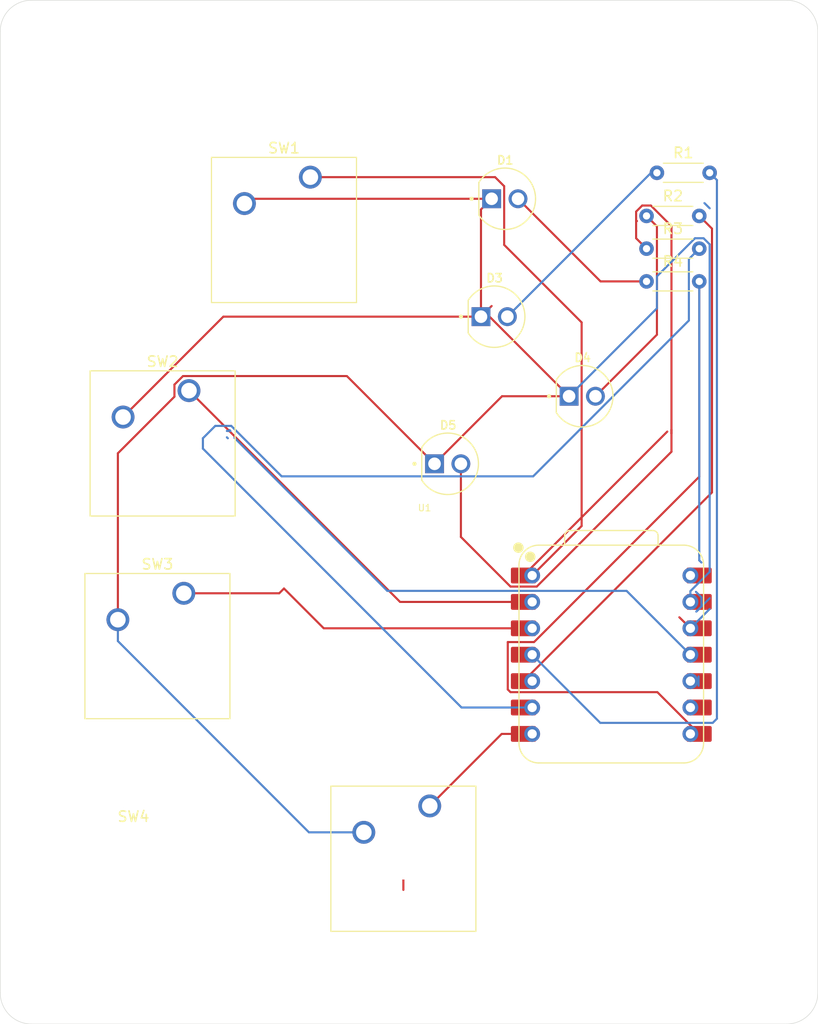
<source format=kicad_pcb>
(kicad_pcb (version 20241229) (generator "pcbnew") (generator_version "9.0")
  (layers (0 "F.Cu" signal) (2 "B.Cu" signal) (13 "F.Paste" user) (15 "B.Paste" user) (5 "F.SilkS" user "F.Silkscreen") (7 "B.SilkS" user "B.Silkscreen") (1 "F.Mask" user) (3 "B.Mask" user) (25 "Edge.Cuts" user))
  (net 0 "")
  (net 1 "Net-(D1-PadA)")
  (net 2 "GND")
  (net 3 "Net-(D3-PadA)")
  (net 4 "Net-(D4-PadA)")
  (net 5 "Net-(D5-PadA)")
  (net 6 "Led1")
  (net 7 "Led2")
  (net 8 "Led3")
  (net 9 "Led4")
  (net 10 "button1")
  (net 11 "button2")
  (net 12 "button3")
  (net 13 "button4")
  (net 14 "unconnected-(U1-3V3-Pad12)")
  (net 15 "unconnected-(U1-GPIO4{slash}MISO-Pad10)")
  (net 16 "unconnected-(U1-GPIO3{slash}MOSI-Pad11)")
  (footprint "Button_Switch_Keyboard:SW_Cherry_MX_1.00u_PCB" (layer "F.Cu") (at 91.679 93.5605)
    (property "Reference" "SW3" (at -2.54 -2.794 0) (layer "F.SilkS"))
    (property "Value" "SW_Push")
    (fp_line (start -9.525 -1.905) (end 4.445 -1.905) (stroke (width 0.12)) (layer "F.SilkS"))
    (fp_line (start -9.525 12.065) (end -9.525 -1.905) (stroke (width 0.12)) (layer "F.SilkS"))
    (fp_line (start 4.445 -1.905) (end 4.445 12.065) (stroke (width 0.12)) (layer "F.SilkS"))
    (fp_line (start 4.445 12.065) (end -9.525 12.065) (stroke (width 0.12)) (layer "F.SilkS"))
    (pad "" np_thru_hole circle (at -7.62 5.08) (size 1.7 1.7) (drill 1.7) (layers "*.Cu" "*.Mask"))
    (pad "" np_thru_hole circle (at -2.54 5.08) (size 4 4) (drill 4) (layers "*.Cu" "*.Mask"))
    (pad "" np_thru_hole circle (at 2.54 5.08) (size 1.7 1.7) (drill 1.7) (layers "*.Cu" "*.Mask"))
    (pad "1" thru_hole circle (at 0 0) (size 2.2 2.2) (drill 1.5) (layers "*.Cu" "*.Mask") (net 12 "button3"))
    (pad "2" thru_hole circle (at -6.35 2.54) (size 2.2 2.2) (drill 1.5) (layers "*.Cu" "*.Mask") (net 2 "GND"))
  )
  (footprint "footprints:LEDRD254W57D500H1070" (layer "F.Cu") (at 121.574 66.942735)
    (property "Reference" "D3" (at 0.04 -3.708 0) (layer "F.SilkS") (effects (font (size 0.8 0.8))))
    (property "Value" "L08R5000Q1")
    (fp_line (start -2.5 -1.566) (end -2.5 1.566) (stroke (width 0.127)) (layer "F.SilkS"))
    (fp_arc (start -2.5 -1.566) (mid 2.961291 0) (end -2.5 1.566) (stroke (width 0.127)) (layer "F.SilkS"))
    (fp_circle (center -3.2 0) (end -3.1 0) (stroke (width 0.2)) (fill no) (layer "F.SilkS"))
    (pad "A" thru_hole circle (at 1.27 0) (size 1.815 1.815) (drill 1.21) (layers "*.Cu" "*.Mask") (net 3 "Net-(D3-PadA)"))
    (pad "C" thru_hole rect (at -1.27 0) (size 1.815 1.815) (drill 1.21) (layers "*.Cu" "*.Mask") (net 2 "GND"))
  )
  (footprint "Button_Switch_Keyboard:SW_Cherry_MX_1.00u_PCB" (layer "F.Cu") (at 115.369 114.0205)
    (property "Reference" "SW4" (at -28.54 1.026 0) (layer "F.SilkS"))
    (property "Value" "SW_Push")
    (fp_line (start -9.525 -1.905) (end 4.445 -1.905) (stroke (width 0.12)) (layer "F.SilkS"))
    (fp_line (start -9.525 12.065) (end -9.525 -1.905) (stroke (width 0.12)) (layer "F.SilkS"))
    (fp_line (start 4.445 -1.905) (end 4.445 12.065) (stroke (width 0.12)) (layer "F.SilkS"))
    (fp_line (start 4.445 12.065) (end -9.525 12.065) (stroke (width 0.12)) (layer "F.SilkS"))
    (pad "" np_thru_hole circle (at -7.62 5.08) (size 1.7 1.7) (drill 1.7) (layers "*.Cu" "*.Mask"))
    (pad "" np_thru_hole circle (at -2.54 5.08) (size 4 4) (drill 4) (layers "*.Cu" "*.Mask"))
    (pad "" np_thru_hole circle (at 2.54 5.08) (size 1.7 1.7) (drill 1.7) (layers "*.Cu" "*.Mask"))
    (pad "1" thru_hole circle (at 0 0) (size 2.2 2.2) (drill 1.5) (layers "*.Cu" "*.Mask") (net 13 "button4"))
    (pad "2" thru_hole circle (at -6.35 2.54) (size 2.2 2.2) (drill 1.5) (layers "*.Cu" "*.Mask") (net 2 "GND"))
  )
  (footprint "footprints:LEDRD254W57D500H1070" (layer "F.Cu") (at 130.059 74.6005)
    (property "Reference" "D4" (at 0.04 -3.708 0) (layer "F.SilkS") (effects (font (size 0.8 0.8))))
    (property "Value" "L08R5000Q1")
    (fp_line (start -2.5 -1.566) (end -2.5 1.566) (stroke (width 0.127)) (layer "F.SilkS"))
    (fp_arc (start -2.5 -1.566) (mid 2.961291 0) (end -2.5 1.566) (stroke (width 0.127)) (layer "F.SilkS"))
    (fp_circle (center -3.2 0) (end -3.1 0) (stroke (width 0.2)) (fill no) (layer "F.SilkS"))
    (pad "A" thru_hole circle (at 1.27 0) (size 1.815 1.815) (drill 1.21) (layers "*.Cu" "*.Mask") (net 4 "Net-(D4-PadA)"))
    (pad "C" thru_hole rect (at -1.27 0) (size 1.815 1.815) (drill 1.21) (layers "*.Cu" "*.Mask") (net 2 "GND"))
  )
  (footprint "footprints:XIAO-RP2040-DIP" (layer "F.Cu") (at 132.855 99.47)
    (property "Reference" "U1" (at -17.985 -14.122871 0) (layer "F.SilkS") (effects (font (size 0.635 0.635) (thickness 0.1016))))
    (property "Value" "XIAO-RP2040-DIP")
    (fp_line (start -8.89 8.509) (end -8.89 -8.636) (stroke (width 0.127)) (layer "F.SilkS"))
    (fp_line (start -6.985 10.414) (end 6.985 10.414) (stroke (width 0.127)) (layer "F.SilkS"))
    (fp_line (start -4.495 -10.541) (end -4.491272 -11.451272) (stroke (width 0.127)) (layer "F.SilkS"))
    (fp_line (start -3.991272 -11.951) (end 4.004 -11.951) (stroke (width 0.127)) (layer "F.SilkS"))
    (fp_line (start 4.504 -11.451) (end 4.504 -10.541) (stroke (width 0.127)) (layer "F.SilkS"))
    (fp_line (start 6.985 -10.541) (end -6.985 -10.541) (stroke (width 0.1)) (layer "F.SilkS"))
    (fp_line (start 6.985 -10.541) (end -6.985 -10.541) (stroke (width 0.127)) (layer "F.SilkS"))
    (fp_line (start 8.89 8.509) (end 8.89 -8.636) (stroke (width 0.127)) (layer "F.SilkS"))
    (fp_arc (start -8.89 -8.636) (mid -8.332038 -9.983038) (end -6.985 -10.541) (stroke (width 0.127)) (layer "F.SilkS"))
    (fp_arc (start -6.985 10.414) (mid -8.332038 9.856038) (end -8.89 8.509) (stroke (width 0.127)) (layer "F.SilkS"))
    (fp_arc (start -4.491272 -11.451272) (mid -4.344728 -11.80464) (end -3.991272 -11.951) (stroke (width 0.127)) (layer "F.SilkS"))
    (fp_arc (start 4.004 -11.951) (mid 4.357553 -11.804553) (end 4.504 -11.451) (stroke (width 0.127)) (layer "F.SilkS"))
    (fp_arc (start 6.985 -10.541) (mid 8.332038 -9.983038) (end 8.89 -8.636) (stroke (width 0.127)) (layer "F.SilkS"))
    (fp_arc (start 8.89 8.509) (mid 8.332038 9.856038) (end 6.985 10.414) (stroke (width 0.127)) (layer "F.SilkS"))
    (fp_circle (center -8.95 -10.3) (end -8.95 -10.554) (stroke (width 0.5)) (fill yes) (layer "F.SilkS"))
    (fp_circle (center -7.807 -9.42) (end -7.807 -9.674) (stroke (width 0.5)) (fill yes) (layer "F.SilkS"))
    (pad "1" smd roundrect (at -8.455 -7.62 180) (size 2.432 1.524) (layers "F.Cu" "F.Mask") (roundrect_rratio 0.1) (net 10 "button1"))
    (pad "1" thru_hole circle (at -7.62 -7.62 180) (size 1.524 1.524) (drill 0.889) (layers "*.Cu" "*.Mask") (net 10 "button1"))
    (pad "2" smd roundrect (at -8.455 -5.08 180) (size 2.432 1.524) (layers "F.Cu" "F.Mask") (roundrect_rratio 0.1) (net 11 "button2"))
    (pad "2" thru_hole circle (at -7.62 -5.08 180) (size 1.524 1.524) (drill 0.889) (layers "*.Cu" "*.Mask") (net 11 "button2"))
    (pad "3" smd roundrect (at -8.455 -2.54 180) (size 2.432 1.524) (layers "F.Cu" "F.Mask") (roundrect_rratio 0.1) (net 12 "button3"))
    (pad "3" thru_hole circle (at -7.62 -2.54 180) (size 1.524 1.524) (drill 0.889) (layers "*.Cu" "*.Mask") (net 12 "button3"))
    (pad "4" smd roundrect (at -8.455 0 180) (size 2.432 1.524) (layers "F.Cu" "F.Mask") (roundrect_rratio 0.1) (net 6 "Led1"))
    (pad "4" thru_hole circle (at -7.62 0 180) (size 1.524 1.524) (drill 0.889) (layers "*.Cu" "*.Mask") (net 6 "Led1"))
    (pad "5" smd roundrect (at -8.455 2.54 180) (size 2.432 1.524) (layers "F.Cu" "F.Mask") (roundrect_rratio 0.1) (net 7 "Led2"))
    (pad "5" thru_hole circle (at -7.62 2.54 180) (size 1.524 1.524) (drill 0.889) (layers "*.Cu" "*.Mask") (net 7 "Led2"))
    (pad "6" smd roundrect (at -8.455 5.08 180) (size 2.432 1.524) (layers "F.Cu" "F.Mask") (roundrect_rratio 0.1) (net 8 "Led3"))
    (pad "6" thru_hole circle (at -7.62 5.08 180) (size 1.524 1.524) (drill 0.889) (layers "*.Cu" "*.Mask") (net 8 "Led3"))
    (pad "7" smd roundrect (at -8.455 7.62 180) (size 2.432 1.524) (layers "F.Cu" "F.Mask") (roundrect_rratio 0.1) (net 13 "button4"))
    (pad "7" thru_hole circle (at -7.62 7.62 180) (size 1.524 1.524) (drill 0.889) (layers "*.Cu" "*.Mask") (net 13 "button4"))
    (pad "8" thru_hole circle (at 7.62 7.62) (size 1.524 1.524) (drill 0.889) (layers "*.Cu" "*.Mask") (net 9 "Led4"))
    (pad "8" smd roundrect (at 8.455 7.62) (size 2.432 1.524) (layers "F.Cu" "F.Mask") (roundrect_rratio 0.1) (net 9 "Led4"))
    (pad "9" thru_hole circle (at 7.62 5.08) (size 1.524 1.524) (drill 0.889) (layers "*.Cu" "*.Mask"))
    (pad "9" smd roundrect (at 8.455 5.08) (size 2.432 1.524) (layers "F.Cu" "F.Mask") (roundrect_rratio 0.1))
    (pad "10" thru_hole circle (at 7.62 2.54) (size 1.524 1.524) (drill 0.889) (layers "*.Cu" "*.Mask") (net 15 "unconnected-(U1-GPIO4{slash}MISO-Pad10)"))
    (pad "10" smd roundrect (at 8.455 2.54) (size 2.432 1.524) (layers "F.Cu" "F.Mask") (roundrect_rratio 0.1) (net 15 "unconnected-(U1-GPIO4{slash}MISO-Pad10)"))
    (pad "11" thru_hole circle (at 7.62 0) (size 1.524 1.524) (drill 0.889) (layers "*.Cu" "*.Mask") (net 16 "unconnected-(U1-GPIO3{slash}MOSI-Pad11)"))
    (pad "11" smd roundrect (at 8.455 0) (size 2.432 1.524) (layers "F.Cu" "F.Mask") (roundrect_rratio 0.1) (net 16 "unconnected-(U1-GPIO3{slash}MOSI-Pad11)"))
    (pad "12" thru_hole circle (at 7.62 -2.54) (size 1.524 1.524) (drill 0.889) (layers "*.Cu" "*.Mask") (net 14 "unconnected-(U1-3V3-Pad12)"))
    (pad "12" smd roundrect (at 8.455 -2.54) (size 2.432 1.524) (layers "F.Cu" "F.Mask") (roundrect_rratio 0.1) (net 14 "unconnected-(U1-3V3-Pad12)"))
    (pad "13" thru_hole circle (at 7.62 -5.08) (size 1.524 1.524) (drill 0.889) (layers "*.Cu" "*.Mask") (net 2 "GND"))
    (pad "13" smd roundrect (at 8.455 -5.08) (size 2.432 1.524) (layers "F.Cu" "F.Mask") (roundrect_rratio 0.1) (net 2 "GND"))
    (pad "14" thru_hole circle (at 7.62 -7.62) (size 1.524 1.524) (drill 0.889) (layers "*.Cu" "*.Mask"))
    (pad "14" smd roundrect (at 8.455 -7.62) (size 2.432 1.524) (layers "F.Cu" "F.Mask") (roundrect_rratio 0.1))
  )
  (footprint "Button_Switch_Keyboard:SW_Cherry_MX_1.00u_PCB" (layer "F.Cu") (at 92.179 74.0605)
    (property "Reference" "SW2" (at -2.54 -2.794 0) (layer "F.SilkS"))
    (property "Value" "SW_Push")
    (fp_line (start -9.525 -1.905) (end 4.445 -1.905) (stroke (width 0.12)) (layer "F.SilkS"))
    (fp_line (start -9.525 12.065) (end -9.525 -1.905) (stroke (width 0.12)) (layer "F.SilkS"))
    (fp_line (start 4.445 -1.905) (end 4.445 12.065) (stroke (width 0.12)) (layer "F.SilkS"))
    (fp_line (start 4.445 12.065) (end -9.525 12.065) (stroke (width 0.12)) (layer "F.SilkS"))
    (pad "" np_thru_hole circle (at -7.62 5.08) (size 1.7 1.7) (drill 1.7) (layers "*.Cu" "*.Mask"))
    (pad "" np_thru_hole circle (at -2.54 5.08) (size 4 4) (drill 4) (layers "*.Cu" "*.Mask"))
    (pad "" np_thru_hole circle (at 2.54 5.08) (size 1.7 1.7) (drill 1.7) (layers "*.Cu" "*.Mask"))
    (pad "1" thru_hole circle (at 0 0) (size 2.2 2.2) (drill 1.5) (layers "*.Cu" "*.Mask") (net 11 "button2"))
    (pad "2" thru_hole circle (at -6.35 2.54) (size 2.2 2.2) (drill 1.5) (layers "*.Cu" "*.Mask") (net 2 "GND"))
  )
  (footprint "Resistor_THT:R_Axial_DIN0204_L3.6mm_D1.6mm_P5.08mm_Horizontal" (layer "F.Cu") (at 136.249 57.2505)
    (property "Reference" "R2" (at 2.54 -1.92 0) (layer "F.SilkS"))
    (property "Value" "R")
    (fp_line (start 0.62 -0.92) (end 4.46 -0.92) (stroke (width 0.12)) (layer "F.SilkS"))
    (fp_line (start 0.62 0.92) (end 4.46 0.92) (stroke (width 0.12)) (layer "F.SilkS"))
    (pad "1" thru_hole circle (at 0 0) (size 1.4 1.4) (drill 0.7) (layers "*.Cu" "*.Mask") (net 4 "Net-(D4-PadA)"))
    (pad "2" thru_hole circle (at 5.08 0) (size 1.4 1.4) (drill 0.7) (layers "*.Cu" "*.Mask") (net 7 "Led2"))
  )
  (footprint "footprints:LEDRD254W57D500H1070" (layer "F.Cu") (at 117.099 81.1005)
    (property "Reference" "D5" (at 0.04 -3.708 0) (layer "F.SilkS") (effects (font (size 0.8 0.8))))
    (property "Value" "L08R5000Q1")
    (fp_line (start -2.5 -1.566) (end -2.5 1.566) (stroke (width 0.127)) (layer "F.SilkS"))
    (fp_arc (start -2.5 -1.566) (mid 2.961291 0) (end -2.5 1.566) (stroke (width 0.127)) (layer "F.SilkS"))
    (fp_circle (center -3.2 0) (end -3.1 0) (stroke (width 0.2)) (fill no) (layer "F.SilkS"))
    (pad "A" thru_hole circle (at 1.27 0) (size 1.815 1.815) (drill 1.21) (layers "*.Cu" "*.Mask") (net 5 "Net-(D5-PadA)"))
    (pad "C" thru_hole rect (at -1.27 0) (size 1.815 1.815) (drill 1.21) (layers "*.Cu" "*.Mask") (net 2 "GND"))
  )
  (footprint "footprints:LEDRD254W57D500H1070" (layer "F.Cu") (at 122.599 55.6005)
    (property "Reference" "D1" (at 0.04 -3.708 0) (layer "F.SilkS") (effects (font (size 0.8 0.8))))
    (property "Value" "L08R5000Q1")
    (fp_line (start -2.5 -1.566) (end -2.5 1.566) (stroke (width 0.127)) (layer "F.SilkS"))
    (fp_arc (start -2.5 -1.566) (mid 2.961291 0) (end -2.5 1.566) (stroke (width 0.127)) (layer "F.SilkS"))
    (fp_circle (center -3.2 0) (end -3.1 0) (stroke (width 0.2)) (fill no) (layer "F.SilkS"))
    (pad "A" thru_hole circle (at 1.27 0) (size 1.815 1.815) (drill 1.21) (layers "*.Cu" "*.Mask") (net 1 "Net-(D1-PadA)"))
    (pad "C" thru_hole rect (at -1.27 0) (size 1.815 1.815) (drill 1.21) (layers "*.Cu" "*.Mask") (net 2 "GND"))
  )
  (footprint "Button_Switch_Keyboard:SW_Cherry_MX_1.00u_PCB" (layer "F.Cu") (at 103.869 53.5205)
    (property "Reference" "SW1" (at -2.54 -2.794 0) (layer "F.SilkS"))
    (property "Value" "SW_Push")
    (fp_line (start -9.525 -1.905) (end 4.445 -1.905) (stroke (width 0.12)) (layer "F.SilkS"))
    (fp_line (start -9.525 12.065) (end -9.525 -1.905) (stroke (width 0.12)) (layer "F.SilkS"))
    (fp_line (start 4.445 -1.905) (end 4.445 12.065) (stroke (width 0.12)) (layer "F.SilkS"))
    (fp_line (start 4.445 12.065) (end -9.525 12.065) (stroke (width 0.12)) (layer "F.SilkS"))
    (pad "" np_thru_hole circle (at -7.62 5.08) (size 1.7 1.7) (drill 1.7) (layers "*.Cu" "*.Mask"))
    (pad "" np_thru_hole circle (at -2.54 5.08) (size 4 4) (drill 4) (layers "*.Cu" "*.Mask"))
    (pad "" np_thru_hole circle (at 2.54 5.08) (size 1.7 1.7) (drill 1.7) (layers "*.Cu" "*.Mask"))
    (pad "1" thru_hole circle (at 0 0) (size 2.2 2.2) (drill 1.5) (layers "*.Cu" "*.Mask") (net 10 "button1"))
    (pad "2" thru_hole circle (at -6.35 2.54) (size 2.2 2.2) (drill 1.5) (layers "*.Cu" "*.Mask") (net 2 "GND"))
  )
  (footprint "Resistor_THT:R_Axial_DIN0204_L3.6mm_D1.6mm_P5.08mm_Horizontal" (layer "F.Cu") (at 136.249 60.4005)
    (property "Reference" "R3" (at 2.54 -1.92 0) (layer "F.SilkS"))
    (property "Value" "R")
    (fp_line (start 0.62 -0.92) (end 4.46 -0.92) (stroke (width 0.12)) (layer "F.SilkS"))
    (fp_line (start 0.62 0.92) (end 4.46 0.92) (stroke (width 0.12)) (layer "F.SilkS"))
    (pad "1" thru_hole circle (at 0 0) (size 1.4 1.4) (drill 0.7) (layers "*.Cu" "*.Mask") (net 5 "Net-(D5-PadA)"))
    (pad "2" thru_hole circle (at 5.08 0) (size 1.4 1.4) (drill 0.7) (layers "*.Cu" "*.Mask") (net 8 "Led3"))
  )
  (footprint "Resistor_THT:R_Axial_DIN0204_L3.6mm_D1.6mm_P5.08mm_Horizontal" (layer "F.Cu") (at 136.249 63.5505)
    (property "Reference" "R4" (at 2.54 -1.92 0) (layer "F.SilkS"))
    (property "Value" "R")
    (fp_line (start 0.62 -0.92) (end 4.46 -0.92) (stroke (width 0.12)) (layer "F.SilkS"))
    (fp_line (start 0.62 0.92) (end 4.46 0.92) (stroke (width 0.12)) (layer "F.SilkS"))
    (pad "1" thru_hole circle (at 0 0) (size 1.4 1.4) (drill 0.7) (layers "*.Cu" "*.Mask") (net 1 "Net-(D1-PadA)"))
    (pad "2" thru_hole circle (at 5.08 0) (size 1.4 1.4) (drill 0.7) (layers "*.Cu" "*.Mask") (net 9 "Led4"))
  )
  (footprint "Resistor_THT:R_Axial_DIN0204_L3.6mm_D1.6mm_P5.08mm_Horizontal" (layer "F.Cu") (at 137.249 53.1005)
    (property "Reference" "R1" (at 2.54 -1.92 0) (layer "F.SilkS"))
    (property "Value" "R")
    (fp_line (start 0.62 -0.92) (end 4.46 -0.92) (stroke (width 0.12)) (layer "F.SilkS"))
    (fp_line (start 0.62 0.92) (end 4.46 0.92) (stroke (width 0.12)) (layer "F.SilkS"))
    (pad "1" thru_hole circle (at 0 0) (size 1.4 1.4) (drill 0.7) (layers "*.Cu" "*.Mask") (net 3 "Net-(D3-PadA)"))
    (pad "2" thru_hole circle (at 5.08 0) (size 1.4 1.4) (drill 0.7) (layers "*.Cu" "*.Mask") (net 6 "Led1"))
  )
  (gr_arc (start 74 39.5) (mid 74.87868 37.37868) (end 77 36.5) (stroke (width 0.05)) (layer "Edge.Cuts"))
  (gr_line (start 152.75 39.5) (end 152.75 132) (stroke (width 0.05)) (layer "Edge.Cuts"))
  (gr_line (start 74 132) (end 74 39.5) (stroke (width 0.05)) (layer "Edge.Cuts"))
  (gr_line (start 149.75 135) (end 77 135) (stroke (width 0.05)) (layer "Edge.Cuts"))
  (gr_arc (start 152.75 132) (mid 151.87132 134.12132) (end 149.75 135) (stroke (width 0.05)) (layer "Edge.Cuts"))
  (gr_arc (start 77 135) (mid 74.87868 134.12132) (end 74 132) (stroke (width 0.05)) (layer "Edge.Cuts"))
  (gr_arc (start 149.75 36.5) (mid 151.87132 37.37868) (end 152.75 39.5) (stroke (width 0.05)) (layer "Edge.Cuts"))
  (gr_line (start 77 36.5) (end 149.75 36.5) (stroke (width 0.05)) (layer "Edge.Cuts"))
  (segment (start 112.829 120.1005) (end 112.829 122.1005) (width 0.2) (layer "F.Cu") (net 0))
  (segment (start 113.329 119.6005) (end 112.829 120.1005) (width 0.2) (layer "F.Cu") (net 0))
  (segment (start 131.819 63.5505) (end 123.869 55.6005) (width 0.2) (layer "F.Cu") (net 1))
  (segment (start 136.249 63.5505) (end 131.819 63.5505) (width 0.2) (layer "F.Cu") (net 1))
  (segment (start 120.304 56.6255) (end 120.304 66.1155) (width 0.2) (layer "F.Cu") (net 2))
  (segment (start 122.329 74.6005) (end 115.829 81.1005) (width 0.2) (layer "F.Cu") (net 2))
  (segment (start 128.789 74.6005) (end 122.329 74.6005) (width 0.2) (layer "F.Cu") (net 2))
  (segment (start 120.304 66.942735) (end 95.486765 66.942735) (width 0.2) (layer "F.Cu") (net 2))
  (segment (start 120.304 66.1155) (end 128.789 74.6005) (width 0.2) (layer "F.Cu") (net 2))
  (segment (start 90.778 73.480186) (end 91.598686 72.6595) (width 0.2) (layer "F.Cu") (net 2))
  (segment (start 85.329 96.1005) (end 85.329 80.089814) (width 0.2) (layer "F.Cu") (net 2))
  (segment (start 97.979 55.6005) (end 97.519 56.0605) (width 0.2) (layer "F.Cu") (net 2))
  (segment (start 107.388 72.6595) (end 115.829 81.1005) (width 0.2) (layer "F.Cu") (net 2))
  (segment (start 85.329 80.089814) (end 90.778 74.640814) (width 0.2) (layer "F.Cu") (net 2))
  (segment (start 90.778 74.640814) (end 90.778 73.480186) (width 0.2) (layer "F.Cu") (net 2))
  (segment (start 121.329 55.6005) (end 120.304 56.6255) (width 0.2) (layer "F.Cu") (net 2))
  (segment (start 121.329 65.917735) (end 120.304 66.942735) (width 0.2) (layer "F.Cu") (net 2))
  (segment (start 121.329 55.6005) (end 97.979 55.6005) (width 0.2) (layer "F.Cu") (net 2))
  (segment (start 95.486765 66.942735) (end 85.829 76.6005) (width 0.2) (layer "F.Cu") (net 2))
  (segment (start 91.598686 72.6595) (end 107.388 72.6595) (width 0.2) (layer "F.Cu") (net 2))
  (segment (start 137.25 63.063872) (end 137.25 66.1395) (width 0.2) (layer "B.Cu") (net 2))
  (segment (start 109.019 116.5605) (end 103.734184 116.5605) (width 0.2) (layer "B.Cu") (net 2))
  (segment (start 103.734184 116.5605) (end 85.329 98.155316) (width 0.2) (layer "B.Cu") (net 2))
  (segment (start 85.329 98.155316) (end 85.329 96.1005) (width 0.2) (layer "B.Cu") (net 2))
  (segment (start 140.914372 59.3995) (end 137.25 63.063872) (width 0.2) (layer "B.Cu") (net 2))
  (segment (start 141.743628 59.3995) (end 140.914372 59.3995) (width 0.2) (layer "B.Cu") (net 2))
  (segment (start 140.475 94.39) (end 140.475 93.35331) (width 0.2) (layer "B.Cu") (net 2))
  (segment (start 137.25 66.1395) (end 128.789 74.6005) (width 0.2) (layer "B.Cu") (net 2))
  (segment (start 140.475 93.35331) (end 142.33 91.49831) (width 0.2) (layer "B.Cu") (net 2))
  (segment (start 142.33 59.985872) (end 141.743628 59.3995) (width 0.2) (layer "B.Cu") (net 2))
  (segment (start 142.33 91.49831) (end 142.33 59.985872) (width 0.2) (layer "B.Cu") (net 2))
  (segment (start 122.844 66.942735) (end 122.6605 66.759235) (width 0.2) (layer "F.Cu") (net 3))
  (segment (start 136.686235 53.1005) (end 137.249 53.1005) (width 0.2) (layer "B.Cu") (net 3))
  (segment (start 122.844 66.942735) (end 136.686235 53.1005) (width 0.2) (layer "B.Cu") (net 3))
  (segment (start 137.25 58.2515) (end 136.249 57.2505) (width 0.2) (layer "F.Cu") (net 4))
  (segment (start 131.329 74.6005) (end 137.25 68.6795) (width 0.2) (layer "F.Cu") (net 4))
  (segment (start 137.25 68.6795) (end 137.25 58.2515) (width 0.2) (layer "F.Cu") (net 4))
  (segment (start 138.651 58.236872) (end 136.663628 56.2495) (width 0.2) (layer "F.Cu") (net 5))
  (segment (start 118.369 81.285) (end 118.0535 81.6005) (width 0.2) (layer "F.Cu") (net 5))
  (segment (start 118.369 88.137626) (end 123.144374 92.913) (width 0.2) (layer "F.Cu") (net 5))
  (segment (start 138.651 79.93731) (end 138.651 58.236872) (width 0.2) (layer "F.Cu") (net 5))
  (segment (start 118.369 81.1005) (end 118.369 88.137626) (width 0.2) (layer "F.Cu") (net 5))
  (segment (start 138.651 78.1661) (end 138.651 77.8339) (width 0.2) (layer "F.Cu") (net 5))
  (segment (start 135.248 56.835872) (end 135.248 59.3995) (width 0.2) (layer "F.Cu") (net 5))
  (segment (start 136.663628 56.2495) (end 135.834372 56.2495) (width 0.2) (layer "F.Cu") (net 5))
  (segment (start 125.67531 92.913) (end 138.651 79.93731) (width 0.2) (layer "F.Cu") (net 5))
  (segment (start 135.834372 56.2495) (end 135.248 56.835872) (width 0.2) (layer "F.Cu") (net 5))
  (segment (start 135.248 59.3995) (end 136.249 60.4005) (width 0.2) (layer "F.Cu") (net 5))
  (segment (start 135.248 57.665128) (end 135.329 57.746128) (width 0.2) (layer "F.Cu") (net 5))
  (segment (start 138.644517 78.172583) (end 138.651 78.1661) (width 0.2) (layer "F.Cu") (net 5))
  (segment (start 123.144374 92.913) (end 125.67531 92.913) (width 0.2) (layer "F.Cu") (net 5))
  (segment (start 138.651 77.8339) (end 138.644517 77.827417) (width 0.2) (layer "F.Cu") (net 5))
  (segment (start 143.029 105.625) (end 143.029 53.8005) (width 0.2) (layer "B.Cu") (net 6))
  (segment (start 131.792 106.027) (end 142.627 106.027) (width 0.2) (layer "B.Cu") (net 6))
  (segment (start 143.029 53.8005) (end 142.329 53.1005) (width 0.2) (layer "B.Cu") (net 6))
  (segment (start 142.627 106.027) (end 143.029 105.625) (width 0.2) (layer "B.Cu") (net 6))
  (segment (start 125.235 99.47) (end 131.792 106.027) (width 0.2) (layer "B.Cu") (net 6))
  (segment (start 124.4 102.01) (end 142.5535 83.8565) (width 0.2) (layer "F.Cu") (net 7))
  (segment (start 142.5535 83.8565) (end 142.5535 58.475) (width 0.2) (layer "F.Cu") (net 7))
  (segment (start 142.5535 58.475) (end 141.329 57.2505) (width 0.2) (layer "F.Cu") (net 7))
  (segment (start 101.1046 82.309) (end 125.329578 82.309) (width 0.2) (layer "B.Cu") (net 8))
  (segment (start 93.518 79.63797) (end 93.518 78.64303) (width 0.2) (layer "B.Cu") (net 8))
  (segment (start 140.328 61.4015) (end 141.329 60.4005) (width 0.2) (layer "B.Cu") (net 8))
  (segment (start 125.329578 82.309) (end 140.328 67.310578) (width 0.2) (layer "B.Cu") (net 8))
  (segment (start 140.328 67.310578) (end 140.328 61.4015) (width 0.2) (layer "B.Cu") (net 8))
  (segment (start 96.24765 77.45205) (end 101.1046 82.309) (width 0.2) (layer "B.Cu") (net 8))
  (segment (start 118.43003 104.55) (end 93.518 79.63797) (width 0.2) (layer "B.Cu") (net 8))
  (segment (start 125.235 104.55) (end 118.43003 104.55) (width 0.2) (layer "B.Cu") (net 8))
  (segment (start 94.70898 77.45205) (end 96.24765 77.45205) (width 0.2) (layer "B.Cu") (net 8))
  (segment (start 93.518 78.64303) (end 94.70898 77.45205) (width 0.2) (layer "B.Cu") (net 8))
  (segment (start 125.413936 98.254374) (end 141.329 82.33931) (width 0.2) (layer "F.Cu") (net 9))
  (segment (start 122.883 102.811626) (end 122.883 98.254374) (width 0.2) (layer "F.Cu") (net 9))
  (segment (start 122.883 98.254374) (end 125.413936 98.254374) (width 0.2) (layer "F.Cu") (net 9))
  (segment (start 141.329 82.33931) (end 141.329 63.5505) (width 0.2) (layer "F.Cu") (net 9))
  (segment (start 141.31 107.09) (end 137.293 103.073) (width 0.2) (layer "F.Cu") (net 9))
  (segment (start 123.144374 103.073) (end 122.883 102.811626) (width 0.2) (layer "F.Cu") (net 9))
  (segment (start 137.293 103.073) (end 123.144374 103.073) (width 0.2) (layer "F.Cu") (net 9))
  (segment (start 141.329 90.3915) (end 141.538 90.6005) (width 0.2) (layer "B.Cu") (net 9))
  (segment (start 141.329 63.5505) (end 141.329 90.3915) (width 0.2) (layer "B.Cu") (net 9))
  (segment (start 122.5375 60.0375) (end 129.9975 67.4975) (width 0.2) (layer "F.Cu") (net 10))
  (segment (start 103.869 53.5205) (end 121.666 53.5205) (width 0.2) (layer "F.Cu") (net 10))
  (segment (start 121.666 53.5205) (end 122.5375 54.392) (width 0.2) (layer "F.Cu") (net 10))
  (segment (start 124.4 91.85) (end 138.25 78) (width 0.2) (layer "F.Cu") (net 10))
  (segment (start 122.5375 54.392) (end 122.5375 60.0375) (width 0.2) (layer "F.Cu") (net 10))
  (segment (start 129.9975 67.4975) (end 129.9975 87.0875) (width 0.2) (layer "F.Cu") (net 10))
  (segment (start 129.9975 87.0875) (end 125.235 91.85) (width 0.2) (layer "F.Cu") (net 10))
  (segment (start 112.5085 94.39) (end 92.179 74.0605) (width 0.2) (layer "F.Cu") (net 11))
  (segment (start 125.235 94.39) (end 112.5085 94.39) (width 0.2) (layer "F.Cu") (net 11))
  (segment (start 105.1585 96.93) (end 124.4 96.93) (width 0.2) (layer "F.Cu") (net 12))
  (segment (start 100.869 93.5605) (end 101.329 93.1005) (width 0.2) (layer "F.Cu") (net 12))
  (segment (start 101.329 93.1005) (end 105.1585 96.93) (width 0.2) (layer "F.Cu") (net 12))
  (segment (start 91.679 93.5605) (end 100.869 93.5605) (width 0.2) (layer "F.Cu") (net 12))
  (segment (start 122.2995 107.09) (end 125.235 107.09) (width 0.2) (layer "F.Cu") (net 13))
  (segment (start 115.369 114.0205) (end 122.2995 107.09) (width 0.2) (layer "F.Cu") (net 13))
  (segment (start 140.475 96.93) (end 141.31 96.93) (width 0.2) (layer "F.Cu") (net 14))
  (segment (start 140.475 96.93) (end 139.412 95.867) (width 0.2) (layer "F.Cu") (net 14))
  (segment (start 142.33 94.03831) (end 141.048405 95.319905) (width 0.2) (layer "B.Cu") (net 14))
  (segment (start 141.538 94.83031) (end 141.538 93.94969) (width 0.2) (layer "B.Cu") (net 14))
  (segment (start 141.538 93.94969) (end 141.008905 93.420595) (width 0.2) (layer "B.Cu") (net 14))
  (segment (start 141.048405 95.319905) (end 141.538 94.83031) (width 0.2) (layer "B.Cu") (net 14))
  (segment (start 142.33 56.517128) (end 141.829 56.016128) (width 0.2) (layer "B.Cu") (net 14))
  (segment (start 140.475 96.93) (end 142.33 95.075) (width 0.2) (layer "B.Cu") (net 14))
  (segment (start 141.2625 101.56969) (end 141.2625 102.45031) (width 0.2) (layer "B.Cu") (net 15))
  (segment (start 134.332 93.327) (end 111.28 93.327) (width 0.2) (layer "B.Cu") (net 16))
  (segment (start 140.475 99.47) (end 134.332 93.327) (width 0.2) (layer "B.Cu") (net 16))
  (segment (start 96.08155 77.85305) (end 95.9951 77.9395) (width 0.2) (layer "B.Cu") (net 16))
  (segment (start 96.168 77.9395) (end 96.08155 77.85305) (width 0.2) (layer "B.Cu") (net 16))
  (segment (start 111.28 93.327) (end 96.5535 78.6005) (width 0.2) (layer "B.Cu") (net 16))
  (segment (start 95.9951 77.9395) (end 95.829 77.9395) (width 0.2) (layer "B.Cu") (net 16))
  (segment (start 95.829 78.55203) (end 95.92 78.64303) (width 0.2) (layer "B.Cu") (net 16))
)
</source>
